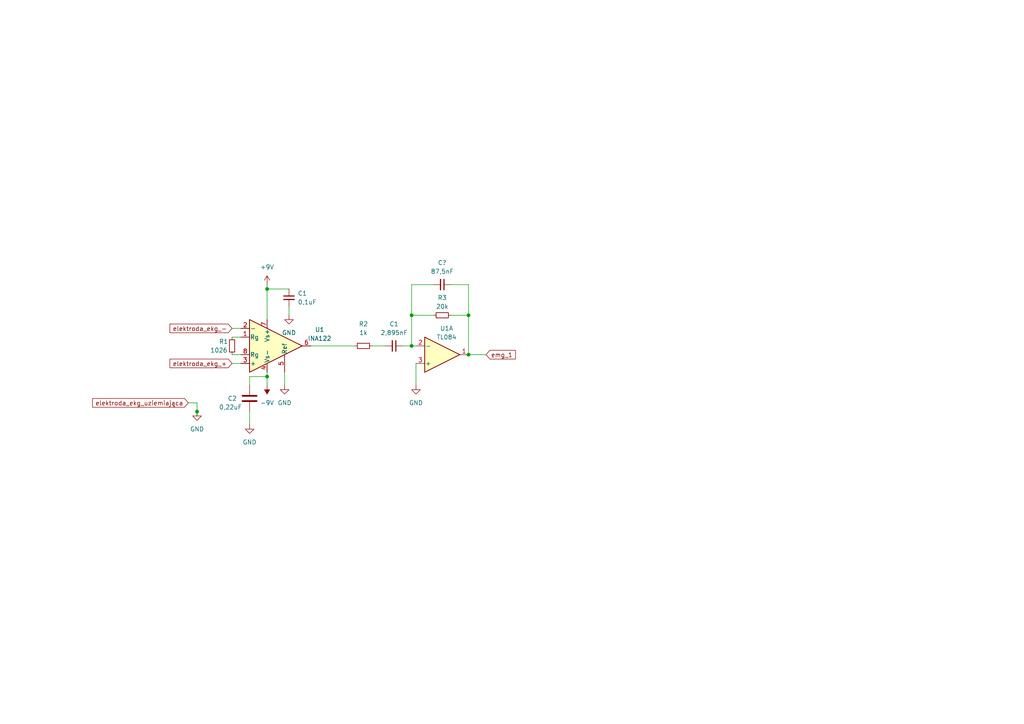
<source format=kicad_sch>
(kicad_sch (version 20211123) (generator eeschema)

  (uuid 94bbdd44-f7f7-4f1f-93b7-2ab019235a58)

  (paper "A4")

  (lib_symbols
    (symbol "Amplifier_Instrumentation:AD620" (pin_names (offset 0.127)) (in_bom yes) (on_board yes)
      (property "Reference" "U" (id 0) (at 3.81 7.62 0)
        (effects (font (size 1.27 1.27)))
      )
      (property "Value" "AD620" (id 1) (at 5.08 5.08 0)
        (effects (font (size 1.27 1.27)))
      )
      (property "Footprint" "" (id 2) (at 0 0 0)
        (effects (font (size 1.27 1.27)) hide)
      )
      (property "Datasheet" "https://www.analog.com/media/en/technical-documentation/data-sheets/AD620.pdf" (id 3) (at 0 0 0)
        (effects (font (size 1.27 1.27)) hide)
      )
      (property "ki_keywords" "Instrumentation amplifier" (id 4) (at 0 0 0)
        (effects (font (size 1.27 1.27)) hide)
      )
      (property "ki_description" "Low Cost, Low Power, Instrumentation Amplifier, DIP-8/SOIC-8" (id 5) (at 0 0 0)
        (effects (font (size 1.27 1.27)) hide)
      )
      (property "ki_fp_filters" "SOIC*P1.27mm* DIP*W7.62mm*" (id 6) (at 0 0 0)
        (effects (font (size 1.27 1.27)) hide)
      )
      (symbol "AD620_0_1"
        (polyline
          (pts
            (xy -7.62 7.62)
            (xy -7.62 -7.62)
            (xy 7.62 0)
            (xy -7.62 7.62)
          )
          (stroke (width 0.254) (type default) (color 0 0 0 0))
          (fill (type background))
        )
      )
      (symbol "AD620_1_1"
        (pin passive line (at -10.16 2.54 0) (length 2.54)
          (name "Rg" (effects (font (size 1.27 1.27))))
          (number "1" (effects (font (size 1.27 1.27))))
        )
        (pin input line (at -10.16 5.08 0) (length 2.54)
          (name "-" (effects (font (size 1.27 1.27))))
          (number "2" (effects (font (size 1.27 1.27))))
        )
        (pin input line (at -10.16 -5.08 0) (length 2.54)
          (name "+" (effects (font (size 1.27 1.27))))
          (number "3" (effects (font (size 1.27 1.27))))
        )
        (pin power_in line (at -2.54 -7.62 90) (length 2.54)
          (name "Vs-" (effects (font (size 1.27 1.27))))
          (number "4" (effects (font (size 1.27 1.27))))
        )
        (pin passive line (at 2.54 -7.62 90) (length 5.08)
          (name "Ref" (effects (font (size 1.27 1.27))))
          (number "5" (effects (font (size 1.27 1.27))))
        )
        (pin output line (at 10.16 0 180) (length 2.54)
          (name "~" (effects (font (size 1.27 1.27))))
          (number "6" (effects (font (size 1.27 1.27))))
        )
        (pin power_in line (at -2.54 7.62 270) (length 2.54)
          (name "Vs+" (effects (font (size 1.27 1.27))))
          (number "7" (effects (font (size 1.27 1.27))))
        )
        (pin passive line (at -10.16 -2.54 0) (length 2.54)
          (name "Rg" (effects (font (size 1.27 1.27))))
          (number "8" (effects (font (size 1.27 1.27))))
        )
      )
    )
    (symbol "Amplifier_Operational:TL084" (pin_names (offset 0.127)) (in_bom yes) (on_board yes)
      (property "Reference" "U" (id 0) (at 0 5.08 0)
        (effects (font (size 1.27 1.27)) (justify left))
      )
      (property "Value" "TL084" (id 1) (at 0 -5.08 0)
        (effects (font (size 1.27 1.27)) (justify left))
      )
      (property "Footprint" "" (id 2) (at -1.27 2.54 0)
        (effects (font (size 1.27 1.27)) hide)
      )
      (property "Datasheet" "http://www.ti.com/lit/ds/symlink/tl081.pdf" (id 3) (at 1.27 5.08 0)
        (effects (font (size 1.27 1.27)) hide)
      )
      (property "ki_locked" "" (id 4) (at 0 0 0)
        (effects (font (size 1.27 1.27)))
      )
      (property "ki_keywords" "quad opamp" (id 5) (at 0 0 0)
        (effects (font (size 1.27 1.27)) hide)
      )
      (property "ki_description" "Quad JFET-Input Operational Amplifiers, DIP-14/SOIC-14/SSOP-14" (id 6) (at 0 0 0)
        (effects (font (size 1.27 1.27)) hide)
      )
      (property "ki_fp_filters" "SOIC*3.9x8.7mm*P1.27mm* DIP*W7.62mm* TSSOP*4.4x5mm*P0.65mm* SSOP*5.3x6.2mm*P0.65mm* MSOP*3x3mm*P0.5mm*" (id 7) (at 0 0 0)
        (effects (font (size 1.27 1.27)) hide)
      )
      (symbol "TL084_1_1"
        (polyline
          (pts
            (xy -5.08 5.08)
            (xy 5.08 0)
            (xy -5.08 -5.08)
            (xy -5.08 5.08)
          )
          (stroke (width 0.254) (type default) (color 0 0 0 0))
          (fill (type background))
        )
        (pin output line (at 7.62 0 180) (length 2.54)
          (name "~" (effects (font (size 1.27 1.27))))
          (number "1" (effects (font (size 1.27 1.27))))
        )
        (pin input line (at -7.62 -2.54 0) (length 2.54)
          (name "-" (effects (font (size 1.27 1.27))))
          (number "2" (effects (font (size 1.27 1.27))))
        )
        (pin input line (at -7.62 2.54 0) (length 2.54)
          (name "+" (effects (font (size 1.27 1.27))))
          (number "3" (effects (font (size 1.27 1.27))))
        )
      )
      (symbol "TL084_2_1"
        (polyline
          (pts
            (xy -5.08 5.08)
            (xy 5.08 0)
            (xy -5.08 -5.08)
            (xy -5.08 5.08)
          )
          (stroke (width 0.254) (type default) (color 0 0 0 0))
          (fill (type background))
        )
        (pin input line (at -7.62 2.54 0) (length 2.54)
          (name "+" (effects (font (size 1.27 1.27))))
          (number "5" (effects (font (size 1.27 1.27))))
        )
        (pin input line (at -7.62 -2.54 0) (length 2.54)
          (name "-" (effects (font (size 1.27 1.27))))
          (number "6" (effects (font (size 1.27 1.27))))
        )
        (pin output line (at 7.62 0 180) (length 2.54)
          (name "~" (effects (font (size 1.27 1.27))))
          (number "7" (effects (font (size 1.27 1.27))))
        )
      )
      (symbol "TL084_3_1"
        (polyline
          (pts
            (xy -5.08 5.08)
            (xy 5.08 0)
            (xy -5.08 -5.08)
            (xy -5.08 5.08)
          )
          (stroke (width 0.254) (type default) (color 0 0 0 0))
          (fill (type background))
        )
        (pin input line (at -7.62 2.54 0) (length 2.54)
          (name "+" (effects (font (size 1.27 1.27))))
          (number "10" (effects (font (size 1.27 1.27))))
        )
        (pin output line (at 7.62 0 180) (length 2.54)
          (name "~" (effects (font (size 1.27 1.27))))
          (number "8" (effects (font (size 1.27 1.27))))
        )
        (pin input line (at -7.62 -2.54 0) (length 2.54)
          (name "-" (effects (font (size 1.27 1.27))))
          (number "9" (effects (font (size 1.27 1.27))))
        )
      )
      (symbol "TL084_4_1"
        (polyline
          (pts
            (xy -5.08 5.08)
            (xy 5.08 0)
            (xy -5.08 -5.08)
            (xy -5.08 5.08)
          )
          (stroke (width 0.254) (type default) (color 0 0 0 0))
          (fill (type background))
        )
        (pin input line (at -7.62 2.54 0) (length 2.54)
          (name "+" (effects (font (size 1.27 1.27))))
          (number "12" (effects (font (size 1.27 1.27))))
        )
        (pin input line (at -7.62 -2.54 0) (length 2.54)
          (name "-" (effects (font (size 1.27 1.27))))
          (number "13" (effects (font (size 1.27 1.27))))
        )
        (pin output line (at 7.62 0 180) (length 2.54)
          (name "~" (effects (font (size 1.27 1.27))))
          (number "14" (effects (font (size 1.27 1.27))))
        )
      )
      (symbol "TL084_5_1"
        (pin power_in line (at -2.54 -7.62 90) (length 3.81)
          (name "V-" (effects (font (size 1.27 1.27))))
          (number "11" (effects (font (size 1.27 1.27))))
        )
        (pin power_in line (at -2.54 7.62 270) (length 3.81)
          (name "V+" (effects (font (size 1.27 1.27))))
          (number "4" (effects (font (size 1.27 1.27))))
        )
      )
    )
    (symbol "Device:C" (pin_numbers hide) (pin_names (offset 0.254)) (in_bom yes) (on_board yes)
      (property "Reference" "C" (id 0) (at 0.635 2.54 0)
        (effects (font (size 1.27 1.27)) (justify left))
      )
      (property "Value" "C" (id 1) (at 0.635 -2.54 0)
        (effects (font (size 1.27 1.27)) (justify left))
      )
      (property "Footprint" "" (id 2) (at 0.9652 -3.81 0)
        (effects (font (size 1.27 1.27)) hide)
      )
      (property "Datasheet" "~" (id 3) (at 0 0 0)
        (effects (font (size 1.27 1.27)) hide)
      )
      (property "ki_keywords" "cap capacitor" (id 4) (at 0 0 0)
        (effects (font (size 1.27 1.27)) hide)
      )
      (property "ki_description" "Unpolarized capacitor" (id 5) (at 0 0 0)
        (effects (font (size 1.27 1.27)) hide)
      )
      (property "ki_fp_filters" "C_*" (id 6) (at 0 0 0)
        (effects (font (size 1.27 1.27)) hide)
      )
      (symbol "C_0_1"
        (polyline
          (pts
            (xy -2.032 -0.762)
            (xy 2.032 -0.762)
          )
          (stroke (width 0.508) (type default) (color 0 0 0 0))
          (fill (type none))
        )
        (polyline
          (pts
            (xy -2.032 0.762)
            (xy 2.032 0.762)
          )
          (stroke (width 0.508) (type default) (color 0 0 0 0))
          (fill (type none))
        )
      )
      (symbol "C_1_1"
        (pin passive line (at 0 3.81 270) (length 2.794)
          (name "~" (effects (font (size 1.27 1.27))))
          (number "1" (effects (font (size 1.27 1.27))))
        )
        (pin passive line (at 0 -3.81 90) (length 2.794)
          (name "~" (effects (font (size 1.27 1.27))))
          (number "2" (effects (font (size 1.27 1.27))))
        )
      )
    )
    (symbol "Device:C_Small" (pin_numbers hide) (pin_names (offset 0.254) hide) (in_bom yes) (on_board yes)
      (property "Reference" "C" (id 0) (at 0.254 1.778 0)
        (effects (font (size 1.27 1.27)) (justify left))
      )
      (property "Value" "C_Small" (id 1) (at 0.254 -2.032 0)
        (effects (font (size 1.27 1.27)) (justify left))
      )
      (property "Footprint" "" (id 2) (at 0 0 0)
        (effects (font (size 1.27 1.27)) hide)
      )
      (property "Datasheet" "~" (id 3) (at 0 0 0)
        (effects (font (size 1.27 1.27)) hide)
      )
      (property "ki_keywords" "capacitor cap" (id 4) (at 0 0 0)
        (effects (font (size 1.27 1.27)) hide)
      )
      (property "ki_description" "Unpolarized capacitor, small symbol" (id 5) (at 0 0 0)
        (effects (font (size 1.27 1.27)) hide)
      )
      (property "ki_fp_filters" "C_*" (id 6) (at 0 0 0)
        (effects (font (size 1.27 1.27)) hide)
      )
      (symbol "C_Small_0_1"
        (polyline
          (pts
            (xy -1.524 -0.508)
            (xy 1.524 -0.508)
          )
          (stroke (width 0.3302) (type default) (color 0 0 0 0))
          (fill (type none))
        )
        (polyline
          (pts
            (xy -1.524 0.508)
            (xy 1.524 0.508)
          )
          (stroke (width 0.3048) (type default) (color 0 0 0 0))
          (fill (type none))
        )
      )
      (symbol "C_Small_1_1"
        (pin passive line (at 0 2.54 270) (length 2.032)
          (name "~" (effects (font (size 1.27 1.27))))
          (number "1" (effects (font (size 1.27 1.27))))
        )
        (pin passive line (at 0 -2.54 90) (length 2.032)
          (name "~" (effects (font (size 1.27 1.27))))
          (number "2" (effects (font (size 1.27 1.27))))
        )
      )
    )
    (symbol "Device:R_Small" (pin_numbers hide) (pin_names (offset 0.254) hide) (in_bom yes) (on_board yes)
      (property "Reference" "R" (id 0) (at 0.762 0.508 0)
        (effects (font (size 1.27 1.27)) (justify left))
      )
      (property "Value" "R_Small" (id 1) (at 0.762 -1.016 0)
        (effects (font (size 1.27 1.27)) (justify left))
      )
      (property "Footprint" "" (id 2) (at 0 0 0)
        (effects (font (size 1.27 1.27)) hide)
      )
      (property "Datasheet" "~" (id 3) (at 0 0 0)
        (effects (font (size 1.27 1.27)) hide)
      )
      (property "ki_keywords" "R resistor" (id 4) (at 0 0 0)
        (effects (font (size 1.27 1.27)) hide)
      )
      (property "ki_description" "Resistor, small symbol" (id 5) (at 0 0 0)
        (effects (font (size 1.27 1.27)) hide)
      )
      (property "ki_fp_filters" "R_*" (id 6) (at 0 0 0)
        (effects (font (size 1.27 1.27)) hide)
      )
      (symbol "R_Small_0_1"
        (rectangle (start -0.762 1.778) (end 0.762 -1.778)
          (stroke (width 0.2032) (type default) (color 0 0 0 0))
          (fill (type none))
        )
      )
      (symbol "R_Small_1_1"
        (pin passive line (at 0 2.54 270) (length 0.762)
          (name "~" (effects (font (size 1.27 1.27))))
          (number "1" (effects (font (size 1.27 1.27))))
        )
        (pin passive line (at 0 -2.54 90) (length 0.762)
          (name "~" (effects (font (size 1.27 1.27))))
          (number "2" (effects (font (size 1.27 1.27))))
        )
      )
    )
    (symbol "power:+9V" (power) (pin_names (offset 0)) (in_bom yes) (on_board yes)
      (property "Reference" "#PWR" (id 0) (at 0 -3.81 0)
        (effects (font (size 1.27 1.27)) hide)
      )
      (property "Value" "+9V" (id 1) (at 0 3.556 0)
        (effects (font (size 1.27 1.27)))
      )
      (property "Footprint" "" (id 2) (at 0 0 0)
        (effects (font (size 1.27 1.27)) hide)
      )
      (property "Datasheet" "" (id 3) (at 0 0 0)
        (effects (font (size 1.27 1.27)) hide)
      )
      (property "ki_keywords" "power-flag" (id 4) (at 0 0 0)
        (effects (font (size 1.27 1.27)) hide)
      )
      (property "ki_description" "Power symbol creates a global label with name \"+9V\"" (id 5) (at 0 0 0)
        (effects (font (size 1.27 1.27)) hide)
      )
      (symbol "+9V_0_1"
        (polyline
          (pts
            (xy -0.762 1.27)
            (xy 0 2.54)
          )
          (stroke (width 0) (type default) (color 0 0 0 0))
          (fill (type none))
        )
        (polyline
          (pts
            (xy 0 0)
            (xy 0 2.54)
          )
          (stroke (width 0) (type default) (color 0 0 0 0))
          (fill (type none))
        )
        (polyline
          (pts
            (xy 0 2.54)
            (xy 0.762 1.27)
          )
          (stroke (width 0) (type default) (color 0 0 0 0))
          (fill (type none))
        )
      )
      (symbol "+9V_1_1"
        (pin power_in line (at 0 0 90) (length 0) hide
          (name "+9V" (effects (font (size 1.27 1.27))))
          (number "1" (effects (font (size 1.27 1.27))))
        )
      )
    )
    (symbol "power:-9V" (power) (pin_names (offset 0)) (in_bom yes) (on_board yes)
      (property "Reference" "#PWR" (id 0) (at 0 -3.175 0)
        (effects (font (size 1.27 1.27)) hide)
      )
      (property "Value" "-9V" (id 1) (at 0 3.81 0)
        (effects (font (size 1.27 1.27)))
      )
      (property "Footprint" "" (id 2) (at 0 0 0)
        (effects (font (size 1.27 1.27)) hide)
      )
      (property "Datasheet" "" (id 3) (at 0 0 0)
        (effects (font (size 1.27 1.27)) hide)
      )
      (property "ki_keywords" "power-flag" (id 4) (at 0 0 0)
        (effects (font (size 1.27 1.27)) hide)
      )
      (property "ki_description" "Power symbol creates a global label with name \"-9V\"" (id 5) (at 0 0 0)
        (effects (font (size 1.27 1.27)) hide)
      )
      (symbol "-9V_0_1"
        (polyline
          (pts
            (xy 0 0)
            (xy 0 2.54)
          )
          (stroke (width 0) (type default) (color 0 0 0 0))
          (fill (type none))
        )
        (polyline
          (pts
            (xy 0.762 1.27)
            (xy -0.762 1.27)
            (xy 0 2.54)
            (xy 0.762 1.27)
          )
          (stroke (width 0) (type default) (color 0 0 0 0))
          (fill (type outline))
        )
      )
      (symbol "-9V_1_1"
        (pin power_in line (at 0 0 90) (length 0) hide
          (name "-9V" (effects (font (size 1.27 1.27))))
          (number "1" (effects (font (size 1.27 1.27))))
        )
      )
    )
    (symbol "power:GND" (power) (pin_names (offset 0)) (in_bom yes) (on_board yes)
      (property "Reference" "#PWR" (id 0) (at 0 -6.35 0)
        (effects (font (size 1.27 1.27)) hide)
      )
      (property "Value" "GND" (id 1) (at 0 -3.81 0)
        (effects (font (size 1.27 1.27)))
      )
      (property "Footprint" "" (id 2) (at 0 0 0)
        (effects (font (size 1.27 1.27)) hide)
      )
      (property "Datasheet" "" (id 3) (at 0 0 0)
        (effects (font (size 1.27 1.27)) hide)
      )
      (property "ki_keywords" "power-flag" (id 4) (at 0 0 0)
        (effects (font (size 1.27 1.27)) hide)
      )
      (property "ki_description" "Power symbol creates a global label with name \"GND\" , ground" (id 5) (at 0 0 0)
        (effects (font (size 1.27 1.27)) hide)
      )
      (symbol "GND_0_1"
        (polyline
          (pts
            (xy 0 0)
            (xy 0 -1.27)
            (xy 1.27 -1.27)
            (xy 0 -2.54)
            (xy -1.27 -1.27)
            (xy 0 -1.27)
          )
          (stroke (width 0) (type default) (color 0 0 0 0))
          (fill (type none))
        )
      )
      (symbol "GND_1_1"
        (pin power_in line (at 0 0 270) (length 0) hide
          (name "GND" (effects (font (size 1.27 1.27))))
          (number "1" (effects (font (size 1.27 1.27))))
        )
      )
    )
  )

  (junction (at 119.38 100.33) (diameter 0) (color 0 0 0 0)
    (uuid 07c61ac7-4370-48b1-a9aa-ab0e58b10022)
  )
  (junction (at 77.47 109.22) (diameter 0) (color 0 0 0 0)
    (uuid 2420bccc-0332-4f5c-a5fe-ede266b51081)
  )
  (junction (at 135.89 102.87) (diameter 0) (color 0 0 0 0)
    (uuid 4a702d93-95a1-453e-bdc0-0a6f50a39eb8)
  )
  (junction (at 77.47 83.82) (diameter 0) (color 0 0 0 0)
    (uuid 9d98c118-5b99-4c80-b3c7-9c63e635ba26)
  )
  (junction (at 57.15 119.38) (diameter 0) (color 0 0 0 0)
    (uuid a9a8721d-5087-425a-97d2-08d95a0405fe)
  )
  (junction (at 119.38 91.44) (diameter 0) (color 0 0 0 0)
    (uuid c1429f6a-e092-4667-8a8b-bde018d3f4d3)
  )
  (junction (at 135.89 91.44) (diameter 0) (color 0 0 0 0)
    (uuid c5c8f052-4493-40ec-ab60-b6c648322c3b)
  )

  (wire (pts (xy 67.31 102.87) (xy 69.85 102.87))
    (stroke (width 0) (type default) (color 0 0 0 0))
    (uuid 20f487ce-301b-443a-b54c-1eec2d833d22)
  )
  (wire (pts (xy 67.31 105.41) (xy 69.85 105.41))
    (stroke (width 0) (type default) (color 0 0 0 0))
    (uuid 2d085a4f-f516-457f-8334-4e6e9429846b)
  )
  (wire (pts (xy 130.81 91.44) (xy 135.89 91.44))
    (stroke (width 0) (type default) (color 0 0 0 0))
    (uuid 301ddb52-7aa7-4d21-829d-3b0604718d7b)
  )
  (wire (pts (xy 135.89 102.87) (xy 140.97 102.87))
    (stroke (width 0) (type default) (color 0 0 0 0))
    (uuid 337f70c0-57ea-441c-aeb1-c0e66bd33557)
  )
  (wire (pts (xy 72.39 109.22) (xy 77.47 109.22))
    (stroke (width 0) (type default) (color 0 0 0 0))
    (uuid 36bd10f8-8f40-43ad-afff-0c023b158694)
  )
  (wire (pts (xy 72.39 119.38) (xy 72.39 123.19))
    (stroke (width 0) (type default) (color 0 0 0 0))
    (uuid 3e516b5d-9329-4bf9-b14e-3f176d8b8c97)
  )
  (wire (pts (xy 119.38 91.44) (xy 119.38 100.33))
    (stroke (width 0) (type default) (color 0 0 0 0))
    (uuid 45eb346c-7b11-4391-be23-9d22431ea3da)
  )
  (wire (pts (xy 83.82 83.82) (xy 77.47 83.82))
    (stroke (width 0) (type default) (color 0 0 0 0))
    (uuid 463a98a6-c840-4c43-aadd-a2b65a06bb9c)
  )
  (wire (pts (xy 77.47 109.22) (xy 77.47 111.76))
    (stroke (width 0) (type default) (color 0 0 0 0))
    (uuid 5c51d4d7-b432-42c1-8086-b4cfce498694)
  )
  (wire (pts (xy 107.95 100.33) (xy 111.76 100.33))
    (stroke (width 0) (type default) (color 0 0 0 0))
    (uuid 67e12b9f-d74b-4234-a213-6b1c90c40dd4)
  )
  (wire (pts (xy 77.47 83.82) (xy 77.47 92.71))
    (stroke (width 0) (type default) (color 0 0 0 0))
    (uuid 6810f8bb-968f-4e47-9fed-0f7961f3892e)
  )
  (wire (pts (xy 125.73 82.55) (xy 119.38 82.55))
    (stroke (width 0) (type default) (color 0 0 0 0))
    (uuid 6f66575f-28a1-4cf5-9e33-914c0607787f)
  )
  (wire (pts (xy 67.31 97.79) (xy 69.85 97.79))
    (stroke (width 0) (type default) (color 0 0 0 0))
    (uuid 807ad948-810f-402f-a06e-dd0b25fccd8c)
  )
  (wire (pts (xy 77.47 82.55) (xy 77.47 83.82))
    (stroke (width 0) (type default) (color 0 0 0 0))
    (uuid 812359b7-2bd3-485f-a30d-efaf53925c76)
  )
  (wire (pts (xy 72.39 111.76) (xy 72.39 109.22))
    (stroke (width 0) (type default) (color 0 0 0 0))
    (uuid 82114a7c-0d89-4211-8f8b-dd3a30b2bf04)
  )
  (wire (pts (xy 125.73 91.44) (xy 119.38 91.44))
    (stroke (width 0) (type default) (color 0 0 0 0))
    (uuid 9aef3813-0f1f-478f-9538-63b930021ee4)
  )
  (wire (pts (xy 135.89 82.55) (xy 135.89 91.44))
    (stroke (width 0) (type default) (color 0 0 0 0))
    (uuid a3b34998-2d4f-4afa-8d10-88a4d434762f)
  )
  (wire (pts (xy 54.61 116.84) (xy 57.15 116.84))
    (stroke (width 0) (type default) (color 0 0 0 0))
    (uuid b09099e2-675b-4bf4-9f5e-ea68c8c14937)
  )
  (wire (pts (xy 67.31 95.25) (xy 69.85 95.25))
    (stroke (width 0) (type default) (color 0 0 0 0))
    (uuid b319df63-5f02-4942-ae11-5cd569153740)
  )
  (wire (pts (xy 119.38 82.55) (xy 119.38 91.44))
    (stroke (width 0) (type default) (color 0 0 0 0))
    (uuid b5e3c22e-d373-459f-a3ce-4b8c26e51ce1)
  )
  (wire (pts (xy 83.82 88.9) (xy 83.82 91.44))
    (stroke (width 0) (type default) (color 0 0 0 0))
    (uuid b5e43978-de37-4b85-aaa7-ecf2e22d2213)
  )
  (wire (pts (xy 116.84 100.33) (xy 119.38 100.33))
    (stroke (width 0) (type default) (color 0 0 0 0))
    (uuid b8bcddd9-0a4c-484f-a63c-bd7c63664557)
  )
  (wire (pts (xy 135.89 91.44) (xy 135.89 102.87))
    (stroke (width 0) (type default) (color 0 0 0 0))
    (uuid c39738c7-f989-47b6-9299-fd56155b3713)
  )
  (wire (pts (xy 82.55 107.95) (xy 82.55 111.76))
    (stroke (width 0) (type default) (color 0 0 0 0))
    (uuid c446e51d-787f-492e-b3c1-323731260910)
  )
  (wire (pts (xy 119.38 100.33) (xy 120.65 100.33))
    (stroke (width 0) (type default) (color 0 0 0 0))
    (uuid c702111f-bf63-4989-8915-c4230c7dd73c)
  )
  (wire (pts (xy 130.81 82.55) (xy 135.89 82.55))
    (stroke (width 0) (type default) (color 0 0 0 0))
    (uuid c98c96fa-1783-4e05-a077-7d22d8ec31e7)
  )
  (wire (pts (xy 90.17 100.33) (xy 102.87 100.33))
    (stroke (width 0) (type default) (color 0 0 0 0))
    (uuid ca9791d2-2198-4924-af50-3a53ad658599)
  )
  (wire (pts (xy 120.65 105.41) (xy 120.65 111.76))
    (stroke (width 0) (type default) (color 0 0 0 0))
    (uuid cff51dff-46c0-41a0-bd12-4dfb503e1fb1)
  )
  (wire (pts (xy 57.15 119.38) (xy 57.15 120.65))
    (stroke (width 0) (type default) (color 0 0 0 0))
    (uuid d7b6756a-d291-4761-9c4b-4f2c6bab6d07)
  )
  (wire (pts (xy 77.47 107.95) (xy 77.47 109.22))
    (stroke (width 0) (type default) (color 0 0 0 0))
    (uuid e9f7cf70-8480-4203-b437-88d3b7e55c5a)
  )
  (wire (pts (xy 57.15 116.84) (xy 57.15 119.38))
    (stroke (width 0) (type default) (color 0 0 0 0))
    (uuid f4798a37-a95a-4302-8a2e-debbed06e1d5)
  )

  (global_label "elektroda_ekg_-" (shape input) (at 67.31 95.25 180) (fields_autoplaced)
    (effects (font (size 1.27 1.27)) (justify right))
    (uuid 5f12c9fa-5395-4030-b80d-c5eca8f79d86)
    (property "Intersheet References" "${INTERSHEET_REFS}" (id 0) (at 49.294 95.1706 0)
      (effects (font (size 1.27 1.27)) (justify right) hide)
    )
  )
  (global_label "elektroda_ekg_+" (shape input) (at 67.31 105.41 180) (fields_autoplaced)
    (effects (font (size 1.27 1.27)) (justify right))
    (uuid 8f8b7361-be1c-41c9-bc2d-d1934a8fee5e)
    (property "Intersheet References" "${INTERSHEET_REFS}" (id 0) (at 49.294 105.3306 0)
      (effects (font (size 1.27 1.27)) (justify right) hide)
    )
  )
  (global_label "emg_1" (shape input) (at 140.97 102.87 0) (fields_autoplaced)
    (effects (font (size 1.27 1.27)) (justify left))
    (uuid b4952e15-703a-467c-88b0-8201b9a3bfbf)
    (property "Intersheet References" "${INTERSHEET_REFS}" (id 0) (at 149.4912 102.7906 0)
      (effects (font (size 1.27 1.27)) (justify left) hide)
    )
  )
  (global_label "elektroda_ekg_uziemiająca" (shape input) (at 54.61 116.84 180) (fields_autoplaced)
    (effects (font (size 1.27 1.27)) (justify right))
    (uuid eb8f5e1d-eb7d-43ba-9bdf-4bc3bc820397)
    (property "Intersheet References" "${INTERSHEET_REFS}" (id 0) (at 26.8574 116.7606 0)
      (effects (font (size 1.27 1.27)) (justify right) hide)
    )
  )

  (symbol (lib_id "power:GND") (at 83.82 91.44 0) (unit 1)
    (in_bom yes) (on_board yes) (fields_autoplaced)
    (uuid 0021d46d-fbc5-4743-b694-a84a952e2958)
    (property "Reference" "#PWR?" (id 0) (at 83.82 97.79 0)
      (effects (font (size 1.27 1.27)) hide)
    )
    (property "Value" "GND" (id 1) (at 83.82 96.52 0))
    (property "Footprint" "" (id 2) (at 83.82 91.44 0)
      (effects (font (size 1.27 1.27)) hide)
    )
    (property "Datasheet" "" (id 3) (at 83.82 91.44 0)
      (effects (font (size 1.27 1.27)) hide)
    )
    (pin "1" (uuid d401532b-2650-4949-9a32-56220c129cad))
  )

  (symbol (lib_id "Device:R_Small") (at 105.41 100.33 270) (mirror x) (unit 1)
    (in_bom yes) (on_board yes) (fields_autoplaced)
    (uuid 012023c1-75d5-42bb-a5d6-9afa9a06a07a)
    (property "Reference" "R2" (id 0) (at 105.41 93.98 90))
    (property "Value" "1k" (id 1) (at 105.41 96.52 90))
    (property "Footprint" "" (id 2) (at 105.41 100.33 0)
      (effects (font (size 1.27 1.27)) hide)
    )
    (property "Datasheet" "~" (id 3) (at 105.41 100.33 0)
      (effects (font (size 1.27 1.27)) hide)
    )
    (pin "1" (uuid b390641c-4c2a-4f3b-b7c8-19ffe7c5c0ec))
    (pin "2" (uuid d75b5b01-b636-4a7a-b0c8-6340d666a7aa))
  )

  (symbol (lib_id "Device:C_Small") (at 83.82 86.36 0) (unit 1)
    (in_bom yes) (on_board yes) (fields_autoplaced)
    (uuid 11969561-bc5f-40bc-a9a7-acd7ae1ea1ec)
    (property "Reference" "C1" (id 0) (at 86.36 85.0962 0)
      (effects (font (size 1.27 1.27)) (justify left))
    )
    (property "Value" "0,1uF" (id 1) (at 86.36 87.6362 0)
      (effects (font (size 1.27 1.27)) (justify left))
    )
    (property "Footprint" "" (id 2) (at 83.82 86.36 0)
      (effects (font (size 1.27 1.27)) hide)
    )
    (property "Datasheet" "~" (id 3) (at 83.82 86.36 0)
      (effects (font (size 1.27 1.27)) hide)
    )
    (pin "1" (uuid 2d1cc44a-7646-414c-90d0-38964392d0ab))
    (pin "2" (uuid 5d8526b1-b2ad-431d-8910-de3029a99bd2))
  )

  (symbol (lib_id "Amplifier_Operational:TL084") (at 128.27 102.87 0) (mirror x) (unit 1)
    (in_bom yes) (on_board yes)
    (uuid 24bfd543-8987-4187-981c-b110f539c22e)
    (property "Reference" "U1" (id 0) (at 129.54 95.25 0))
    (property "Value" "TL084" (id 1) (at 129.54 97.79 0))
    (property "Footprint" "" (id 2) (at 127 105.41 0)
      (effects (font (size 1.27 1.27)) hide)
    )
    (property "Datasheet" "http://www.ti.com/lit/ds/symlink/tl081.pdf" (id 3) (at 129.54 107.95 0)
      (effects (font (size 1.27 1.27)) hide)
    )
    (pin "1" (uuid a9d9aa37-4e7d-4d24-945c-0077e83dca62))
    (pin "2" (uuid c5f2e02c-de91-4419-9486-f1e13b942eec))
    (pin "3" (uuid eeecc058-253e-45af-af85-b2f5ecec339d))
  )

  (symbol (lib_id "power:+9V") (at 77.47 82.55 0) (unit 1)
    (in_bom yes) (on_board yes) (fields_autoplaced)
    (uuid 292c3ac6-c818-4c2c-9a83-41234ffff399)
    (property "Reference" "#PWR?" (id 0) (at 77.47 86.36 0)
      (effects (font (size 1.27 1.27)) hide)
    )
    (property "Value" "+9V" (id 1) (at 77.47 77.47 0))
    (property "Footprint" "" (id 2) (at 77.47 82.55 0)
      (effects (font (size 1.27 1.27)) hide)
    )
    (property "Datasheet" "" (id 3) (at 77.47 82.55 0)
      (effects (font (size 1.27 1.27)) hide)
    )
    (pin "1" (uuid b97592eb-d3f2-45a0-b2f9-49d74dd3fa2c))
  )

  (symbol (lib_id "Device:R_Small") (at 128.27 91.44 270) (unit 1)
    (in_bom yes) (on_board yes)
    (uuid 480e869c-5ccd-450b-826a-11fb4eb4f7b7)
    (property "Reference" "R3" (id 0) (at 128.27 86.36 90))
    (property "Value" "20k" (id 1) (at 128.27 88.9 90))
    (property "Footprint" "" (id 2) (at 128.27 91.44 0)
      (effects (font (size 1.27 1.27)) hide)
    )
    (property "Datasheet" "~" (id 3) (at 128.27 91.44 0)
      (effects (font (size 1.27 1.27)) hide)
    )
    (pin "1" (uuid 8e8c5498-761b-4fad-8a9e-870d060ec873))
    (pin "2" (uuid fe22f4c1-1e27-4117-b767-acbb69a151ac))
  )

  (symbol (lib_id "Device:C") (at 72.39 115.57 0) (unit 1)
    (in_bom yes) (on_board yes)
    (uuid 5440af6b-33a8-4441-8aa2-9acc04a1c02e)
    (property "Reference" "C2" (id 0) (at 66.04 115.57 0)
      (effects (font (size 1.27 1.27)) (justify left))
    )
    (property "Value" "0,22uF" (id 1) (at 63.5 118.11 0)
      (effects (font (size 1.27 1.27)) (justify left))
    )
    (property "Footprint" "" (id 2) (at 73.3552 119.38 0)
      (effects (font (size 1.27 1.27)) hide)
    )
    (property "Datasheet" "~" (id 3) (at 72.39 115.57 0)
      (effects (font (size 1.27 1.27)) hide)
    )
    (pin "1" (uuid a5e80d58-16a1-4e56-bd0f-c019390446d7))
    (pin "2" (uuid 4229f610-b74d-41b2-8e86-625c4630a2de))
  )

  (symbol (lib_id "Device:C_Small") (at 114.3 100.33 270) (unit 1)
    (in_bom yes) (on_board yes) (fields_autoplaced)
    (uuid 781602e4-fe25-4da3-a788-0c3d20aafcb7)
    (property "Reference" "C1" (id 0) (at 114.2936 93.98 90))
    (property "Value" "2,895nF" (id 1) (at 114.2936 96.52 90))
    (property "Footprint" "" (id 2) (at 114.3 100.33 0)
      (effects (font (size 1.27 1.27)) hide)
    )
    (property "Datasheet" "~" (id 3) (at 114.3 100.33 0)
      (effects (font (size 1.27 1.27)) hide)
    )
    (pin "1" (uuid 8774f0a1-1469-43a9-96cb-2dc2471a56a4))
    (pin "2" (uuid 0b82b3a4-6708-4675-a509-00beb9c1db50))
  )

  (symbol (lib_id "power:GND") (at 72.39 123.19 0) (unit 1)
    (in_bom yes) (on_board yes) (fields_autoplaced)
    (uuid 8fdb35e9-6c85-4399-93d2-af2d782997b9)
    (property "Reference" "#PWR?" (id 0) (at 72.39 129.54 0)
      (effects (font (size 1.27 1.27)) hide)
    )
    (property "Value" "GND" (id 1) (at 72.39 128.27 0))
    (property "Footprint" "" (id 2) (at 72.39 123.19 0)
      (effects (font (size 1.27 1.27)) hide)
    )
    (property "Datasheet" "" (id 3) (at 72.39 123.19 0)
      (effects (font (size 1.27 1.27)) hide)
    )
    (pin "1" (uuid e232c21a-fcc8-4551-9780-e27fcf0a3024))
  )

  (symbol (lib_id "power:GND") (at 57.15 119.38 0) (unit 1)
    (in_bom yes) (on_board yes) (fields_autoplaced)
    (uuid a15c2aab-19b6-4273-9aea-975cbe20ecd7)
    (property "Reference" "#PWR?" (id 0) (at 57.15 125.73 0)
      (effects (font (size 1.27 1.27)) hide)
    )
    (property "Value" "GND" (id 1) (at 57.15 124.46 0))
    (property "Footprint" "" (id 2) (at 57.15 119.38 0)
      (effects (font (size 1.27 1.27)) hide)
    )
    (property "Datasheet" "" (id 3) (at 57.15 119.38 0)
      (effects (font (size 1.27 1.27)) hide)
    )
    (pin "1" (uuid 4df408db-b466-4486-bb40-0d7fb733bd57))
  )

  (symbol (lib_id "power:GND") (at 82.55 111.76 0) (unit 1)
    (in_bom yes) (on_board yes) (fields_autoplaced)
    (uuid a4a7002e-6a15-487e-a4ee-da4719edb6dd)
    (property "Reference" "#PWR?" (id 0) (at 82.55 118.11 0)
      (effects (font (size 1.27 1.27)) hide)
    )
    (property "Value" "GND" (id 1) (at 82.55 116.84 0))
    (property "Footprint" "" (id 2) (at 82.55 111.76 0)
      (effects (font (size 1.27 1.27)) hide)
    )
    (property "Datasheet" "" (id 3) (at 82.55 111.76 0)
      (effects (font (size 1.27 1.27)) hide)
    )
    (pin "1" (uuid 3041fba3-2113-4c52-b51d-a7beda1df2fa))
  )

  (symbol (lib_id "Amplifier_Instrumentation:AD620") (at 80.01 100.33 0) (unit 1)
    (in_bom yes) (on_board yes) (fields_autoplaced)
    (uuid d17a88a4-0fc7-494d-8968-b6c75f9b5c79)
    (property "Reference" "U1" (id 0) (at 92.71 95.631 0))
    (property "Value" "INA122" (id 1) (at 92.71 98.171 0))
    (property "Footprint" "" (id 2) (at 80.01 100.33 0)
      (effects (font (size 1.27 1.27)) hide)
    )
    (property "Datasheet" "https://www.analog.com/media/en/technical-documentation/data-sheets/AD620.pdf" (id 3) (at 80.01 100.33 0)
      (effects (font (size 1.27 1.27)) hide)
    )
    (pin "1" (uuid 54af2b89-229f-4682-94dd-173bf5632051))
    (pin "2" (uuid 70fffb41-dd03-4406-b076-5c08a52e1c19))
    (pin "3" (uuid 4eb04acf-edbf-4251-bd8b-53aebae507ee))
    (pin "4" (uuid 8faa984a-099d-4a56-85c7-d78068337ebe))
    (pin "5" (uuid d8743fd9-3f96-466c-aef2-427b8e4565f9))
    (pin "6" (uuid f937435c-3e8a-4085-9581-658aa12b0e2c))
    (pin "7" (uuid 83d97768-449c-48d8-b275-f21273e32f82))
    (pin "8" (uuid 8c565bb8-b0f2-4fa1-99d5-6e6429ea0b15))
  )

  (symbol (lib_id "Device:R_Small") (at 67.31 100.33 0) (unit 1)
    (in_bom yes) (on_board yes)
    (uuid d1f402c4-3a27-4dc3-9698-27ceedfce610)
    (property "Reference" "R1" (id 0) (at 63.5 99.06 0)
      (effects (font (size 1.27 1.27)) (justify left))
    )
    (property "Value" "1026" (id 1) (at 60.96 101.6 0)
      (effects (font (size 1.27 1.27)) (justify left))
    )
    (property "Footprint" "" (id 2) (at 67.31 100.33 0)
      (effects (font (size 1.27 1.27)) hide)
    )
    (property "Datasheet" "~" (id 3) (at 67.31 100.33 0)
      (effects (font (size 1.27 1.27)) hide)
    )
    (pin "1" (uuid 33b33270-440d-447f-94db-ec54df75c14d))
    (pin "2" (uuid 2a72ef5a-3c71-4576-8f75-9530ea90ad55))
  )

  (symbol (lib_id "power:-9V") (at 77.47 111.76 180) (unit 1)
    (in_bom yes) (on_board yes) (fields_autoplaced)
    (uuid d23310e9-2661-4e80-80b4-eaa573465cac)
    (property "Reference" "#PWR?" (id 0) (at 77.47 108.585 0)
      (effects (font (size 1.27 1.27)) hide)
    )
    (property "Value" "-9V" (id 1) (at 77.47 116.84 0))
    (property "Footprint" "" (id 2) (at 77.47 111.76 0)
      (effects (font (size 1.27 1.27)) hide)
    )
    (property "Datasheet" "" (id 3) (at 77.47 111.76 0)
      (effects (font (size 1.27 1.27)) hide)
    )
    (pin "1" (uuid 99be4aec-49cf-44e3-b0f4-412740505808))
  )

  (symbol (lib_id "power:GND") (at 120.65 111.76 0) (unit 1)
    (in_bom yes) (on_board yes) (fields_autoplaced)
    (uuid dae007c4-8261-4f45-b171-e130f4a71035)
    (property "Reference" "#PWR?" (id 0) (at 120.65 118.11 0)
      (effects (font (size 1.27 1.27)) hide)
    )
    (property "Value" "GND" (id 1) (at 120.65 116.84 0))
    (property "Footprint" "" (id 2) (at 120.65 111.76 0)
      (effects (font (size 1.27 1.27)) hide)
    )
    (property "Datasheet" "" (id 3) (at 120.65 111.76 0)
      (effects (font (size 1.27 1.27)) hide)
    )
    (pin "1" (uuid ffdae4e1-021e-47aa-9413-09881fca8ea3))
  )

  (symbol (lib_id "Device:C_Small") (at 128.27 82.55 270) (unit 1)
    (in_bom yes) (on_board yes) (fields_autoplaced)
    (uuid efce253b-e425-496e-ae5b-bdc55e591d7d)
    (property "Reference" "C?" (id 0) (at 128.2636 76.2 90))
    (property "Value" "87,5nF" (id 1) (at 128.2636 78.74 90))
    (property "Footprint" "" (id 2) (at 128.27 82.55 0)
      (effects (font (size 1.27 1.27)) hide)
    )
    (property "Datasheet" "~" (id 3) (at 128.27 82.55 0)
      (effects (font (size 1.27 1.27)) hide)
    )
    (pin "1" (uuid dd675413-d3f7-4dbb-8317-12cb0fe2346a))
    (pin "2" (uuid 2344b9a7-b5a4-4896-ad83-1ee9888c2fc5))
  )

  (sheet_instances
    (path "/" (page "1"))
  )

  (symbol_instances
    (path "/0021d46d-fbc5-4743-b694-a84a952e2958"
      (reference "#PWR?") (unit 1) (value "GND") (footprint "")
    )
    (path "/292c3ac6-c818-4c2c-9a83-41234ffff399"
      (reference "#PWR?") (unit 1) (value "+9V") (footprint "")
    )
    (path "/8fdb35e9-6c85-4399-93d2-af2d782997b9"
      (reference "#PWR?") (unit 1) (value "GND") (footprint "")
    )
    (path "/a15c2aab-19b6-4273-9aea-975cbe20ecd7"
      (reference "#PWR?") (unit 1) (value "GND") (footprint "")
    )
    (path "/a4a7002e-6a15-487e-a4ee-da4719edb6dd"
      (reference "#PWR?") (unit 1) (value "GND") (footprint "")
    )
    (path "/d23310e9-2661-4e80-80b4-eaa573465cac"
      (reference "#PWR?") (unit 1) (value "-9V") (footprint "")
    )
    (path "/dae007c4-8261-4f45-b171-e130f4a71035"
      (reference "#PWR?") (unit 1) (value "GND") (footprint "")
    )
    (path "/11969561-bc5f-40bc-a9a7-acd7ae1ea1ec"
      (reference "C1") (unit 1) (value "0,1uF") (footprint "")
    )
    (path "/781602e4-fe25-4da3-a788-0c3d20aafcb7"
      (reference "C1") (unit 1) (value "2,895nF") (footprint "")
    )
    (path "/5440af6b-33a8-4441-8aa2-9acc04a1c02e"
      (reference "C2") (unit 1) (value "0,22uF") (footprint "")
    )
    (path "/efce253b-e425-496e-ae5b-bdc55e591d7d"
      (reference "C?") (unit 1) (value "87,5nF") (footprint "")
    )
    (path "/d1f402c4-3a27-4dc3-9698-27ceedfce610"
      (reference "R1") (unit 1) (value "1026") (footprint "")
    )
    (path "/012023c1-75d5-42bb-a5d6-9afa9a06a07a"
      (reference "R2") (unit 1) (value "1k") (footprint "")
    )
    (path "/480e869c-5ccd-450b-826a-11fb4eb4f7b7"
      (reference "R3") (unit 1) (value "20k") (footprint "")
    )
    (path "/24bfd543-8987-4187-981c-b110f539c22e"
      (reference "U1") (unit 1) (value "TL084") (footprint "")
    )
    (path "/d17a88a4-0fc7-494d-8968-b6c75f9b5c79"
      (reference "U1") (unit 1) (value "INA122") (footprint "")
    )
  )
)

</source>
